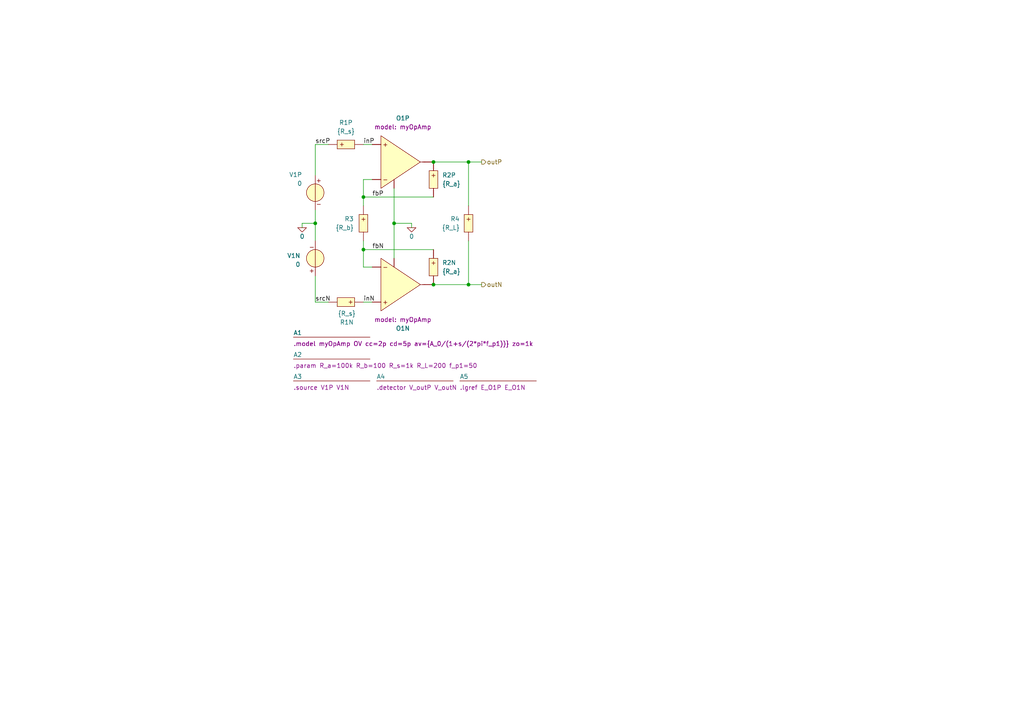
<source format=kicad_sch>
(kicad_sch (version 20250114) (generator "eeschema") (generator_version "9.0")
  (paper "A4")
  (title_block (title "Balanced Vamp"))
  (lib_symbols
    (symbol "SLiCAP:Command" (pin_numbers (hide yes)) (pin_names (offset 0) (hide yes))
      (property "Reference" "A?" (at 0 1.27 0))
      (property "command" "?" (at 0 -1.905 0))
      (symbol "Command_0_1"
        (polyline (pts (xy 0 0) (xy 22.225 0)))
      )
    )
    (symbol "SLiCAP:GND" (power) (pin_numbers (hide yes)) (pin_names (offset 0) (hide yes))
      (property "Value" "0" (at 0 -2.54 0))
      (symbol "GND_0_1"
        (polyline (pts (xy -1.27 0) (xy 0 -1.27) (xy 1.27 0) (xy -1.27 0)))
      )
      (symbol "GND_1_1"
        (pin power_in line (at 0 0 0) (length 0) (name "~") (number "1"))
      )
    )
    (symbol "SLiCAP:O" (pin_numbers (hide yes)) (pin_names (offset 0) (hide yes))
      (property "Reference" "O?" (at 0.635 6.985 0))
      (property "model" "?" (at 0.635 5.08 0) (show_name))
      (symbol "O_0_1"
        (polyline (pts (xy 6.35 0) (xy 7.62 0)))
        (polyline (pts (xy 7.62 0) (xy 6.985 0)))
      )
      (symbol "O_1_0"
        (pin power_out line (at -1.27 -7.62 90) (length 2.54) (name "outN") (number "4"))
        (pin power_out line (at 10.16 0 180) (length 2.54) (name "outP") (number "3"))
      )
      (symbol "O_1_1"
        (polyline (pts (xy 6.35 0) (xy -5.08 7.62) (xy -5.08 -7.62) (xy 6.35 0)) (fill (type background)))
        (text "+" (at -3.81 5.08 0) (effects (font (size 1.27 1.27))))
        (text "-" (at -3.81 -5.08 0) (effects (font (size 1.27 1.27))))
        (pin input line (at -7.62 5.08 0) (length 2.54) (name "inp") (number "1"))
        (pin input line (at -7.62 -5.08 0) (length 2.54) (name "inN") (number "2"))
      )
    )
    (symbol "SLiCAP:R" (pin_numbers (hide yes)) (pin_names (offset 1.016) (hide yes))
      (property "Reference" "R?" (at 1.905 3.81 0))
      (property "Value" "?" (at 1.905 1.905 0) (show_name))
      (property "noisetemp" "0" (at 1.905 0 0) (show_name))
      (property "noiseflow" "0" (at 15.24 0 0) (show_name))
      (property "dcvar" "0" (at 1.905 -1.905 0) (show_name))
      (property "dcvarlot" "0" (at 15.24 -1.905 0) (show_name))
      (symbol "R_0_0"
        (text "+" (at 0 1.27 0) (effects (font (size 1.27 1.27))))
      )
      (symbol "R_1_0"
        (pin passive line (at 0 5.08 270) (length 2.54) (name "1") (number "1"))
        (pin passive line (at 0 -5.08 90) (length 2.54) (name "2") (number "2"))
      )
      (symbol "R_1_1"
        (rectangle (start -1.27 2.54) (end 1.27 -2.54) (fill (type background)))
      )
    )
    (symbol "SLiCAP:V" (pin_numbers (hide yes)) (pin_names (offset 0) (hide yes))
      (property "Reference" "V?" (at 3.175 4.445 0))
      (property "Value" "?" (at 3.175 2.54 0) (show_name))
      (property "noise" "0" (at 3.175 -3.175 0) (show_name))
      (property "dc" "0" (at 3.175 0.635 0) (show_name))
      (property "dcvar" "0" (at 3.175 -1.27 0) (show_name))
      (symbol "V_0_0"
        (text "+" (at -1.016 3.556 0) (effects (font (size 1.27 1.27))))
        (text "-" (at -1.016 -3.302 0) (effects (font (size 1.27 1.27))))
        (pin power_out line (at 0 5.08 270) (length 2.54) (name "p") (number "1"))
        (pin power_out line (at 0 -5.08 90) (length 2.54) (name "n") (number "2"))
      )
      (symbol "V_0_1"
        (polyline (pts (xy 0 2.54) (xy 0 -2.54)))
      )
      (symbol "V_1_0"
        (circle (center 0 0) (radius 2.54) (fill (type background)))
      )
    )
  )
  (junction (at 125.73 82.55))
  (junction (at 135.89 46.99))
  (junction (at 105.41 57.15))
  (junction (at 125.73 46.99))
  (junction (at 135.89 82.55))
  (junction (at 91.44 64.77))
  (junction (at 114.3 64.77))
  (junction (at 105.41 72.39))
  (wire (pts (xy 105.41 72.39) (xy 125.73 72.39)))
  (wire (pts (xy 91.44 41.91) (xy 95.25 41.91)))
  (wire (pts (xy 105.41 57.15) (xy 105.41 59.69)))
  (wire (pts (xy 105.41 52.07) (xy 105.41 57.15)))
  (wire (pts (xy 135.89 82.55) (xy 139.7 82.55)))
  (wire (pts (xy 91.44 87.63) (xy 95.25 87.63)))
  (wire (pts (xy 135.89 46.99) (xy 139.7 46.99)))
  (wire (pts (xy 125.73 82.55) (xy 135.89 82.55)))
  (wire (pts (xy 105.41 77.47) (xy 107.95 77.47)))
  (wire (pts (xy 135.89 46.99) (xy 135.89 59.69)))
  (wire (pts (xy 105.41 41.91) (xy 107.95 41.91)))
  (wire (pts (xy 87.63 64.77) (xy 91.44 64.77)))
  (wire (pts (xy 91.44 80.01) (xy 91.44 87.63)))
  (wire (pts (xy 91.44 69.85) (xy 91.44 64.77)))
  (wire (pts (xy 114.3 64.77) (xy 119.38 64.77)))
  (wire (pts (xy 119.38 64.77) (xy 119.38 66.04)))
  (wire (pts (xy 105.41 52.07) (xy 107.95 52.07)))
  (wire (pts (xy 125.73 46.99) (xy 135.89 46.99)))
  (wire (pts (xy 114.3 64.77) (xy 114.3 74.93)))
  (wire (pts (xy 91.44 50.8) (xy 91.44 41.91)))
  (wire (pts (xy 105.41 87.63) (xy 107.95 87.63)))
  (wire (pts (xy 105.41 72.39) (xy 105.41 77.47)))
  (wire (pts (xy 91.44 64.77) (xy 91.44 60.96)))
  (wire (pts (xy 114.3 54.61) (xy 114.3 64.77)))
  (wire (pts (xy 105.41 69.85) (xy 105.41 72.39)))
  (wire (pts (xy 135.89 69.85) (xy 135.89 82.55)))
  (wire (pts (xy 105.41 57.15) (xy 125.73 57.15)))
  (wire (pts (xy 87.63 64.77) (xy 87.63 66.04)))
  (label "srcP" (at 91.44 41.91 0))
  (label "srcN" (at 91.44 87.63 0))
  (label "inP" (at 105.41 41.91 0))
  (label "fbP" (at 107.95 57.15 0))
  (label "fbN" (at 107.95 72.39 0))
  (label "inN" (at 105.41 87.63 0))
  (hierarchical_label "outN" (shape output) (at 139.7 82.55 0))
  (hierarchical_label "outP" (shape output) (at 139.7 46.99 0))
  (symbol (lib_id "SLiCAP:Command") (at 85.09 97.79 0) (unit 1)
    (property "Reference" "A1" (at 85.09 96.52 0) (effects (justify left)))
    (property "Description" "SLiCAP command (.lib, .param, .model. subckt}" (effects (hide yes)))
    (property "command" ".model myOpAmp OV cc=2p cd=5p av={A_0/(1+s/(2*pi*f_p1))} zo=1k" (at 85.09 99.695 0) (effects (justify left)))
  )
  (symbol (lib_id "SLiCAP:GND") (at 87.63 66.04 0) (unit 1)
    (property "Reference" "#02" (effects (hide yes)))
    (property "Value" "0" (at 87.63 68.58 0))
    (property "Description" "0V reference potential" (effects (hide yes)))
  )
  (symbol (lib_id "SLiCAP:V") (at 91.44 74.93 0) (mirror x) (unit 1)
    (property "Reference" "V1N" (at 87.122 74.168 0) (effects (justify right)))
    (property "Value" "0" (at 87.122 76.708 0) (effects (justify right)))
    (property "Description" "Independent voltage source" (effects (hide yes)))
    (property "noise" "0" (effects (hide yes)))
    (property "dc" "0" (effects (hide yes)))
    (property "dcvar" "0" (effects (hide yes)))
    (property "model" "V" (effects (hide yes)))
  )
  (symbol (lib_id "SLiCAP:Command") (at 109.22 110.49 0) (unit 1)
    (property "Reference" "A4" (at 109.22 109.22 0) (effects (justify left)))
    (property "Description" "SLiCAP command (.lib, .param, .model. subckt}" (effects (hide yes)))
    (property "command" ".detector V_outP V_outN" (at 109.22 112.395 0) (effects (justify left)))
  )
  (symbol (lib_id "SLiCAP:R") (at 125.73 52.07 0) (unit 1)
    (property "Reference" "R2P" (at 128.27 50.7999 0) (effects (justify left)))
    (property "Value" "{R_a}" (at 128.27 53.3399 0) (effects (justify left)))
    (property "Description" "Resistor (cannot have zero resistance)" (effects (hide yes)))
    (property "model" "R" (effects (hide yes)))
    (property "noisetemp" "0" (effects (hide yes)))
    (property "noiseflow" "0" (effects (hide yes)))
    (property "dcvar" "0" (effects (hide yes)))
    (property "dcvarlot" "0" (effects (hide yes)))
  )
  (symbol (lib_id "SLiCAP:R") (at 100.33 87.63 270) (mirror x) (unit 1)
    (property "Reference" "R1N" (at 100.584 93.472 90))
    (property "Value" "{R_s}" (at 100.584 90.932 90))
    (property "Description" "Resistor (cannot have zero resistance)" (effects (hide yes)))
    (property "model" "R" (effects (hide yes)))
    (property "noisetemp" "0" (effects (hide yes)))
    (property "noiseflow" "0" (effects (hide yes)))
    (property "dcvar" "0" (effects (hide yes)))
    (property "dcvarlot" "0" (effects (hide yes)))
  )
  (symbol (lib_id "SLiCAP:V") (at 91.44 55.88 0) (mirror y) (unit 1)
    (property "Reference" "V1P" (at 87.63 50.6729 0) (effects (justify left)))
    (property "Value" "0" (at 87.63 53.2129 0) (effects (justify left)))
    (property "Description" "Independent voltage source" (effects (hide yes)))
    (property "noise" "0" (effects (hide yes)))
    (property "dc" "0" (effects (hide yes)))
    (property "dcvar" "0" (effects (hide yes)))
    (property "model" "V" (effects (hide yes)))
  )
  (symbol (lib_id "SLiCAP:R") (at 105.41 64.77 0) (mirror y) (unit 1)
    (property "Reference" "R3" (at 102.616 63.5 0) (effects (justify left)))
    (property "Value" "{R_b}" (at 102.616 66.04 0) (effects (justify left)))
    (property "Description" "Resistor (cannot have zero resistance)" (effects (hide yes)))
    (property "model" "R" (effects (hide yes)))
    (property "noisetemp" "0" (effects (hide yes)))
    (property "noiseflow" "0" (effects (hide yes)))
    (property "dcvar" "0" (effects (hide yes)))
    (property "dcvarlot" "0" (effects (hide yes)))
  )
  (symbol (lib_id "SLiCAP:O") (at 115.57 46.99 0) (unit 1)
    (property "Reference" "O1P" (at 116.84 34.29 0))
    (property "Description" "Operational amplifier" (effects (hide yes)))
    (property "model" "myOpAmp" (at 116.84 36.83 0) (show_name yes))
  )
  (symbol (lib_id "SLiCAP:Command") (at 133.35 110.49 0) (unit 1)
    (property "Reference" "A5" (at 133.35 109.22 0) (effects (justify left)))
    (property "Description" "SLiCAP command (.lib, .param, .model. subckt}" (effects (hide yes)))
    (property "command" ".lgref E_O1P E_O1N" (at 133.35 112.395 0) (effects (justify left)))
  )
  (symbol (lib_id "SLiCAP:R") (at 100.33 41.91 90) (unit 1)
    (property "Reference" "R1P" (at 100.33 35.56 90))
    (property "Value" "{R_s}" (at 100.33 38.1 90))
    (property "Description" "Resistor (cannot have zero resistance)" (effects (hide yes)))
    (property "model" "R" (effects (hide yes)))
    (property "noisetemp" "0" (effects (hide yes)))
    (property "noiseflow" "0" (effects (hide yes)))
    (property "dcvar" "0" (effects (hide yes)))
    (property "dcvarlot" "0" (effects (hide yes)))
  )
  (symbol (lib_id "SLiCAP:R") (at 135.89 64.77 0) (mirror y) (unit 1)
    (property "Reference" "R4" (at 133.35 63.4999 0) (effects (justify left)))
    (property "Value" "{R_L}" (at 133.35 66.0399 0) (effects (justify left)))
    (property "Description" "Resistor (cannot have zero resistance)" (effects (hide yes)))
    (property "model" "R" (effects (hide yes)))
    (property "noisetemp" "0" (effects (hide yes)))
    (property "noiseflow" "0" (effects (hide yes)))
    (property "dcvar" "0" (effects (hide yes)))
    (property "dcvarlot" "0" (effects (hide yes)))
  )
  (symbol (lib_id "SLiCAP:O") (at 115.57 82.55 0) (mirror x) (unit 1)
    (property "Reference" "O1N" (at 116.84 95.25 0))
    (property "Description" "Operational amplifier" (effects (hide yes)))
    (property "model" "myOpAmp" (at 116.84 92.71 0) (show_name yes))
  )
  (symbol (lib_id "SLiCAP:Command") (at 85.09 104.14 0) (unit 1)
    (property "Reference" "A2" (at 85.09 102.87 0) (effects (justify left)))
    (property "Description" "SLiCAP command (.lib, .param, .model. subckt}" (effects (hide yes)))
    (property "command" ".param R_a=100k R_b=100 R_s=1k R_L=200 f_p1=50" (at 85.09 106.045 0) (effects (justify left)))
  )
  (symbol (lib_id "SLiCAP:R") (at 125.73 77.47 0) (unit 1)
    (property "Reference" "R2N" (at 128.27 76.1999 0) (effects (justify left)))
    (property "Value" "{R_a}" (at 128.27 78.7399 0) (effects (justify left)))
    (property "Description" "Resistor (cannot have zero resistance)" (effects (hide yes)))
    (property "model" "R" (effects (hide yes)))
    (property "noisetemp" "0" (effects (hide yes)))
    (property "noiseflow" "0" (effects (hide yes)))
    (property "dcvar" "0" (effects (hide yes)))
    (property "dcvarlot" "0" (effects (hide yes)))
  )
  (symbol (lib_id "SLiCAP:Command") (at 85.09 110.49 0) (unit 1)
    (property "Reference" "A3" (at 85.09 109.22 0) (effects (justify left)))
    (property "Description" "SLiCAP command (.lib, .param, .model. subckt}" (effects (hide yes)))
    (property "command" ".source V1P V1N" (at 85.09 112.395 0) (effects (justify left)))
  )
  (symbol (lib_id "SLiCAP:GND") (at 119.38 66.04 0) (unit 1)
    (property "Reference" "#01" (effects (hide yes)))
    (property "Value" "0" (at 119.38 68.58 0))
    (property "Description" "0V reference potential" (effects (hide yes)))
  )
)
</source>
